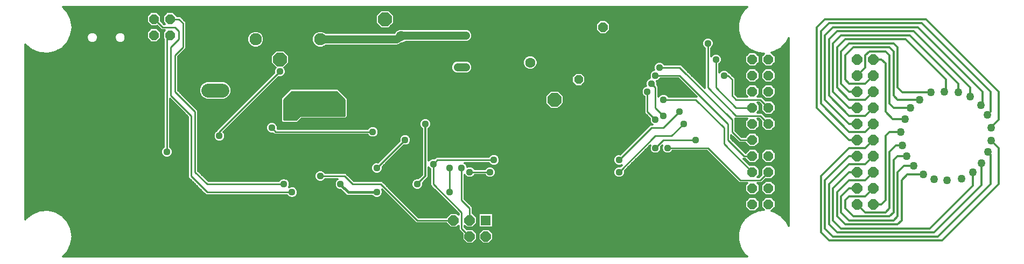
<source format=gbl>
G75*
G70*
%OFA0B0*%
%FSLAX24Y24*%
%IPPOS*%
%LPD*%
%AMOC8*
5,1,8,0,0,1.08239X$1,22.5*
%
%ADD10C,0.0516*%
%ADD11OC8,0.0630*%
%ADD12C,0.0630*%
%ADD13OC8,0.0560*%
%ADD14OC8,0.0600*%
%ADD15C,0.0500*%
%ADD16R,0.0640X0.0640*%
%ADD17OC8,0.0640*%
%ADD18C,0.0860*%
%ADD19C,0.0760*%
%ADD20OC8,0.0850*%
%ADD21C,0.0440*%
%ADD22C,0.0100*%
%ADD23C,0.0160*%
%ADD24C,0.0120*%
%ADD25C,0.0594*%
%ADD26C,0.0500*%
D10*
X027204Y012227D02*
X027719Y012227D01*
X027719Y014196D02*
X027204Y014196D01*
D11*
X031712Y013912D03*
X023712Y012762D03*
D12*
X023712Y014162D03*
X031712Y012512D03*
D13*
X034712Y011462D03*
X034712Y014462D03*
D14*
X036212Y014712D03*
X045462Y012712D03*
X046462Y012712D03*
X046462Y011712D03*
X045462Y011712D03*
X045462Y010712D03*
X046462Y010712D03*
X046462Y009712D03*
X045462Y009712D03*
X045462Y008712D03*
X046462Y008712D03*
X046462Y007712D03*
X045462Y007712D03*
X045462Y006712D03*
X046462Y006712D03*
X046462Y005712D03*
X045462Y005712D03*
X045462Y004712D03*
X046462Y004712D03*
X046462Y003712D03*
X045462Y003712D03*
X036212Y011712D03*
X009409Y014212D03*
X008409Y014212D03*
X008409Y015212D03*
X009409Y015212D03*
D15*
X054662Y008212D03*
X054912Y009012D03*
X055262Y009712D03*
X055812Y010212D03*
X056512Y010662D03*
X057362Y010712D03*
X058212Y010662D03*
X058962Y010412D03*
X059612Y009862D03*
X060012Y009262D03*
X060262Y008462D03*
X060262Y007662D03*
X060062Y006962D03*
X059662Y006262D03*
X059112Y005712D03*
X058412Y005312D03*
X057512Y005212D03*
X056712Y005262D03*
X056062Y005562D03*
X055462Y006112D03*
X055012Y006712D03*
X054762Y007362D03*
D16*
X028962Y002712D03*
D17*
X027962Y002712D03*
X026962Y002712D03*
X026962Y001712D03*
X027962Y001712D03*
X028962Y001712D03*
X051962Y003712D03*
X052962Y003712D03*
X052962Y004712D03*
X051962Y004712D03*
X051962Y005712D03*
X052962Y005712D03*
X052962Y006712D03*
X051962Y006712D03*
X051962Y007712D03*
X052962Y007712D03*
X052962Y008712D03*
X051962Y008712D03*
X051962Y009712D03*
X052962Y009712D03*
X052962Y010712D03*
X051962Y010712D03*
X051962Y011712D03*
X052962Y011712D03*
X052962Y012712D03*
X051962Y012712D03*
D18*
X012642Y013143D02*
X011782Y013143D01*
X010322Y012392D02*
X010322Y011532D01*
X011782Y010781D02*
X012642Y010781D01*
D19*
X014712Y013962D03*
X018712Y013962D03*
D20*
X021462Y015212D03*
X022712Y015212D03*
X016212Y012712D03*
X033212Y010212D03*
X035962Y008712D03*
D21*
X034212Y008462D03*
X037462Y007712D03*
X039462Y007212D03*
X040212Y007212D03*
X041962Y007712D03*
X041212Y008712D03*
X039962Y009212D03*
X039462Y008962D03*
X040962Y009462D03*
X039962Y010212D03*
X038962Y010712D03*
X039212Y011212D03*
X040462Y010962D03*
X039462Y011712D03*
X039712Y012212D03*
X043212Y012712D03*
X042712Y013712D03*
X043962Y013962D03*
X039962Y013712D03*
X043712Y011712D03*
X025212Y008712D03*
X021962Y008212D03*
X023962Y007712D03*
X025712Y006212D03*
X026712Y005962D03*
X027462Y005962D03*
X027962Y005712D03*
X029212Y005712D03*
X029462Y006462D03*
X024712Y004962D03*
X026712Y004462D03*
X022212Y004462D03*
X019962Y004962D03*
X018712Y004712D03*
X016962Y004462D03*
X016462Y004962D03*
X018712Y005462D03*
X016962Y006212D03*
X011962Y005462D03*
X006962Y004962D03*
X009212Y006962D03*
X012462Y007962D03*
X014712Y007712D03*
X015712Y008462D03*
X017962Y008712D03*
X016962Y009712D03*
X017212Y010462D03*
X017962Y010462D03*
X018712Y010462D03*
X019462Y010462D03*
X019712Y009712D03*
X016212Y011962D03*
X019015Y012712D03*
X019765Y012712D03*
X020515Y012712D03*
X020212Y013212D03*
X019515Y013212D03*
X020962Y013212D03*
X019712Y014962D03*
X037212Y006462D03*
X037212Y005712D03*
X038962Y005212D03*
X042962Y005212D03*
X025712Y002212D03*
X015212Y002212D03*
X022212Y005962D03*
D22*
X023962Y007712D01*
X021962Y008212D02*
X015962Y008212D01*
X015712Y008462D01*
X016462Y008962D02*
X016462Y010212D01*
X016962Y010712D01*
X019712Y010712D01*
X020212Y010212D01*
X020212Y009212D01*
X017462Y009212D01*
X017212Y008962D01*
X016462Y008962D01*
X016462Y008982D02*
X017232Y008982D01*
X017331Y009081D02*
X016462Y009081D01*
X016462Y009179D02*
X017429Y009179D01*
X016462Y009278D02*
X020212Y009278D01*
X020212Y009376D02*
X016462Y009376D01*
X016462Y009475D02*
X020212Y009475D01*
X020212Y009573D02*
X016462Y009573D01*
X016462Y009672D02*
X020212Y009672D01*
X020212Y009770D02*
X016462Y009770D01*
X016462Y009869D02*
X020212Y009869D01*
X020212Y009967D02*
X016462Y009967D01*
X016462Y010066D02*
X020212Y010066D01*
X020212Y010165D02*
X016462Y010165D01*
X016513Y010263D02*
X020160Y010263D01*
X020062Y010362D02*
X016612Y010362D01*
X016710Y010460D02*
X019963Y010460D01*
X019865Y010559D02*
X016809Y010559D01*
X016907Y010657D02*
X019766Y010657D01*
X016212Y011962D02*
X012462Y008212D01*
X012462Y007962D01*
X009212Y006962D02*
X009212Y014015D01*
X009409Y014212D01*
X009962Y013962D02*
X009962Y014462D01*
X009712Y014712D01*
X008962Y014712D01*
X008462Y015212D01*
X008409Y015212D01*
X009409Y015212D02*
X009962Y015212D01*
X010212Y014962D01*
X010212Y013462D01*
X009712Y012962D01*
X009712Y010712D01*
X010962Y009462D01*
X010962Y005712D01*
X011712Y004962D01*
X016462Y004962D01*
X016962Y004462D02*
X011712Y004462D01*
X010712Y005462D01*
X010712Y009212D01*
X009462Y010462D01*
X009462Y013462D01*
X009962Y013962D01*
X025712Y006212D02*
X025962Y006462D01*
X029462Y006462D01*
X027462Y005962D02*
X027462Y003962D01*
X027962Y003462D01*
X027962Y002712D01*
X026962Y002712D02*
X024712Y002712D01*
X022462Y004962D01*
X020712Y004962D01*
X020212Y005462D01*
X018712Y005462D01*
X025712Y004962D02*
X027462Y003212D01*
X027462Y002212D01*
X027962Y001712D01*
X026712Y004462D02*
X026712Y005962D01*
X025712Y006212D02*
X025712Y004962D01*
X027962Y005712D02*
X029212Y005712D01*
X037212Y005712D02*
X039462Y007962D01*
X040462Y007962D01*
X041212Y008712D01*
X040962Y009462D02*
X039962Y008462D01*
X039212Y008462D01*
X037212Y006462D01*
X039462Y007212D02*
X039962Y007712D01*
X041962Y007712D01*
X042712Y007212D02*
X040212Y007212D01*
X042712Y007212D02*
X044712Y005212D01*
X045962Y005212D01*
X046462Y005712D01*
X045462Y005712D02*
X043712Y007462D01*
X043712Y008462D01*
X041962Y010212D01*
X039962Y010212D01*
X039462Y009712D02*
X039462Y010962D01*
X039212Y011212D01*
X039462Y011712D02*
X040962Y011712D01*
X043962Y008712D01*
X043962Y007712D01*
X044962Y006712D01*
X045462Y006712D01*
X045462Y007712D02*
X044712Y007712D01*
X044212Y008212D01*
X044212Y008962D01*
X040962Y012212D01*
X039712Y012212D01*
X043212Y012712D02*
X043212Y010962D01*
X044462Y009712D01*
X045462Y009712D01*
X045962Y010212D02*
X046462Y009712D01*
X045962Y010212D02*
X044462Y010212D01*
X044212Y010462D01*
X044212Y011462D01*
X043962Y011712D01*
X043712Y011712D01*
X042712Y010962D02*
X042712Y013712D01*
X042712Y010962D02*
X044462Y009212D01*
X045962Y009212D01*
X046462Y008712D01*
X039962Y009212D02*
X039462Y009712D01*
X038962Y009462D02*
X038962Y010712D01*
X038962Y009462D02*
X039462Y008962D01*
D23*
X022212Y004462D02*
X020434Y004462D01*
X019962Y004934D01*
X019962Y004962D01*
D24*
X003083Y000777D02*
X002782Y000452D01*
X045159Y000452D01*
X044995Y000583D01*
X044995Y000583D01*
X044716Y000991D01*
X044716Y000991D01*
X044570Y001464D01*
X044570Y001464D01*
X044570Y001959D01*
X044570Y001959D01*
X044716Y002432D01*
X044716Y002432D01*
X044995Y002841D01*
X044995Y002841D01*
X045382Y003149D01*
X045382Y003149D01*
X045842Y003330D01*
X045842Y003330D01*
X046195Y003356D01*
X046022Y003529D01*
X046022Y003894D01*
X046279Y004152D01*
X046644Y004152D01*
X046902Y003894D01*
X046902Y003529D01*
X046664Y003292D01*
X046818Y003257D01*
X046818Y003257D01*
X047247Y003009D01*
X047247Y003009D01*
X047583Y002647D01*
X047583Y002647D01*
X047712Y002380D01*
X047712Y014043D01*
X047583Y013777D01*
X047583Y013777D01*
X047247Y013414D01*
X047247Y013414D01*
X046818Y013166D01*
X046818Y013166D01*
X046664Y013131D01*
X046902Y012894D01*
X046902Y012529D01*
X046644Y012272D01*
X046279Y012272D01*
X046022Y012529D01*
X046022Y012894D01*
X046195Y013067D01*
X045842Y013093D01*
X045842Y013093D01*
X045382Y013274D01*
X045382Y013274D01*
X044995Y013583D01*
X044995Y013583D01*
X044716Y013991D01*
X044716Y013991D01*
X044570Y014464D01*
X044570Y014464D01*
X044570Y014959D01*
X044570Y014959D01*
X044716Y015432D01*
X044716Y015432D01*
X044995Y015841D01*
X044995Y015841D01*
X045159Y015972D01*
X002782Y015972D01*
X003083Y015647D01*
X003083Y015647D01*
X003298Y015201D01*
X003372Y014712D01*
X003372Y014712D01*
X003298Y014222D01*
X003298Y014222D01*
X003083Y013777D01*
X003083Y013777D01*
X002747Y013414D01*
X002747Y013414D01*
X002318Y013166D01*
X002318Y013166D01*
X001836Y013056D01*
X001836Y013056D01*
X001342Y013093D01*
X001342Y013093D01*
X000882Y013274D01*
X000882Y013274D01*
X000495Y013583D01*
X000495Y013583D01*
X000452Y013646D01*
X000452Y002777D01*
X000495Y002841D01*
X000495Y002841D01*
X000882Y003149D01*
X000882Y003149D01*
X001342Y003330D01*
X001342Y003330D01*
X001836Y003367D01*
X001836Y003367D01*
X002318Y003257D01*
X002318Y003257D01*
X002747Y003009D01*
X002747Y003009D01*
X003083Y002647D01*
X003083Y002647D01*
X003298Y002201D01*
X003298Y002201D01*
X003372Y001712D01*
X003298Y001222D01*
X003298Y001222D01*
X003083Y000777D01*
X003083Y000777D01*
X003097Y000804D02*
X044844Y000804D01*
X044924Y000686D02*
X002999Y000686D01*
X002889Y000567D02*
X045014Y000567D01*
X044995Y000583D02*
X044995Y000583D01*
X044763Y000923D02*
X003154Y000923D01*
X003211Y001041D02*
X044701Y001041D01*
X044664Y001160D02*
X003268Y001160D01*
X003306Y001279D02*
X027744Y001279D01*
X027771Y001252D02*
X028152Y001252D01*
X028422Y001521D01*
X028422Y001902D01*
X028152Y002172D01*
X027771Y002172D01*
X027771Y002171D01*
X027652Y002290D01*
X027652Y002371D01*
X027771Y002252D01*
X028152Y002252D01*
X028422Y002521D01*
X028422Y002902D01*
X028152Y003172D01*
X028152Y003172D01*
X028152Y003540D01*
X028040Y003652D01*
X027652Y004040D01*
X027652Y005519D01*
X027656Y005508D01*
X027758Y005406D01*
X027890Y005352D01*
X028033Y005352D01*
X028166Y005406D01*
X028267Y005508D01*
X028273Y005522D01*
X028901Y005522D01*
X028906Y005508D01*
X029008Y005406D01*
X029140Y005352D01*
X029283Y005352D01*
X029416Y005406D01*
X029517Y005508D01*
X029572Y005640D01*
X029572Y005783D01*
X036852Y005783D01*
X036852Y005640D01*
X036906Y005508D01*
X037008Y005406D01*
X037140Y005352D01*
X037283Y005352D01*
X037416Y005406D01*
X037517Y005508D01*
X037572Y005640D01*
X037572Y005783D01*
X043871Y005783D01*
X043753Y005902D02*
X037670Y005902D01*
X037566Y005797D02*
X039137Y007368D01*
X039102Y007283D01*
X039102Y007140D01*
X039156Y007008D01*
X039258Y006906D01*
X039390Y006852D01*
X039533Y006852D01*
X039666Y006906D01*
X039767Y007008D01*
X039822Y007140D01*
X039822Y007283D01*
X039816Y007297D01*
X039887Y007368D01*
X039852Y007283D01*
X039852Y007140D01*
X039906Y007008D01*
X040008Y006906D01*
X040140Y006852D01*
X040283Y006852D01*
X040416Y006906D01*
X040517Y007008D01*
X040523Y007022D01*
X042633Y007022D01*
X044633Y005022D01*
X044790Y005022D01*
X045149Y005022D01*
X045022Y004894D01*
X045022Y004529D01*
X045279Y004272D01*
X045644Y004272D01*
X045902Y004529D01*
X045902Y004894D01*
X045774Y005022D01*
X046040Y005022D01*
X046152Y005133D01*
X046290Y005272D01*
X046644Y005272D01*
X046902Y005529D01*
X046902Y005894D01*
X046644Y006152D01*
X046279Y006152D01*
X046022Y005894D01*
X046022Y005540D01*
X045883Y005402D01*
X045774Y005402D01*
X045902Y005529D01*
X045902Y005894D01*
X045644Y006152D01*
X045290Y006152D01*
X044920Y006522D01*
X045029Y006522D01*
X045279Y006272D01*
X045644Y006272D01*
X045902Y006529D01*
X045902Y006894D01*
X045644Y007152D01*
X045279Y007152D01*
X045035Y006907D01*
X044152Y007790D01*
X044152Y008003D01*
X044633Y007522D01*
X044790Y007522D01*
X045029Y007522D01*
X045279Y007272D01*
X045644Y007272D01*
X045902Y007529D01*
X045902Y007894D01*
X045644Y008152D01*
X045279Y008152D01*
X045029Y007902D01*
X044790Y007902D01*
X044402Y008290D01*
X044402Y008883D01*
X044402Y009022D01*
X044540Y009022D01*
X045149Y009022D01*
X045022Y008894D01*
X045022Y008529D01*
X045279Y008272D01*
X045644Y008272D01*
X045902Y008529D01*
X045902Y008894D01*
X045774Y009022D01*
X045883Y009022D01*
X046022Y008883D01*
X046022Y008529D01*
X046279Y008272D01*
X046644Y008272D01*
X046902Y008529D01*
X046902Y008894D01*
X046644Y009152D01*
X046290Y009152D01*
X046152Y009290D01*
X046040Y009402D01*
X045774Y009402D01*
X045902Y009529D01*
X045902Y009894D01*
X045774Y010022D01*
X045883Y010022D01*
X046022Y009883D01*
X046022Y009529D01*
X046279Y009272D01*
X046644Y009272D01*
X046902Y009529D01*
X046902Y009894D01*
X046644Y010152D01*
X046290Y010152D01*
X046152Y010290D01*
X046152Y010290D01*
X046040Y010402D01*
X045774Y010402D01*
X045902Y010529D01*
X045902Y010894D01*
X045644Y011152D01*
X045279Y011152D01*
X045022Y010894D01*
X045022Y010529D01*
X045149Y010402D01*
X044540Y010402D01*
X044402Y010540D01*
X044402Y011540D01*
X044290Y011652D01*
X044040Y011902D01*
X044023Y011902D01*
X044017Y011916D01*
X043916Y012017D01*
X043783Y012072D01*
X043640Y012072D01*
X043508Y012017D01*
X043406Y011916D01*
X043402Y011904D01*
X043402Y012401D01*
X043416Y012406D01*
X043517Y012508D01*
X043572Y012640D01*
X043572Y012783D01*
X043517Y012916D01*
X043416Y013017D01*
X043283Y013072D01*
X043140Y013072D01*
X043008Y013017D01*
X042906Y012916D01*
X042902Y012904D01*
X042902Y013401D01*
X042916Y013406D01*
X043017Y013508D01*
X043072Y013640D01*
X043072Y013783D01*
X043017Y013916D01*
X042916Y014017D01*
X042783Y014072D01*
X042640Y014072D01*
X042508Y014017D01*
X042406Y013916D01*
X042352Y013783D01*
X042352Y013640D01*
X042406Y013508D01*
X042508Y013406D01*
X042522Y013401D01*
X042522Y010920D01*
X041152Y012290D01*
X041040Y012402D01*
X040023Y012402D01*
X040017Y012416D01*
X039916Y012517D01*
X039783Y012572D01*
X039640Y012572D01*
X039508Y012517D01*
X039406Y012416D01*
X039352Y012283D01*
X039352Y012140D01*
X039381Y012068D01*
X039258Y012017D01*
X039156Y011916D01*
X039102Y011783D01*
X039102Y011640D01*
X039131Y011568D01*
X039008Y011517D01*
X038906Y011416D01*
X038852Y011283D01*
X038852Y011140D01*
X038881Y011068D01*
X038758Y011017D01*
X038656Y010916D01*
X038602Y010783D01*
X038602Y010640D01*
X038656Y010508D01*
X038758Y010406D01*
X033777Y010406D01*
X033777Y010446D02*
X033446Y010777D01*
X032978Y010777D01*
X032647Y010446D01*
X032647Y009978D01*
X032978Y009647D01*
X033446Y009647D01*
X033777Y009978D01*
X033777Y010446D01*
X033697Y010525D02*
X038649Y010525D01*
X038602Y010643D02*
X033579Y010643D01*
X033460Y010762D02*
X038602Y010762D01*
X038642Y010881D02*
X019811Y010881D01*
X019790Y010902D02*
X019633Y010902D01*
X016883Y010902D01*
X016772Y010790D01*
X016272Y010290D01*
X016272Y010133D01*
X016272Y009040D01*
X016272Y008883D01*
X016383Y008772D01*
X017290Y008772D01*
X017402Y008883D01*
X017540Y009022D01*
X020290Y009022D01*
X020402Y009133D01*
X020402Y009290D01*
X020402Y010290D01*
X020290Y010402D01*
X019790Y010902D01*
X019930Y010762D02*
X032963Y010762D01*
X032844Y010643D02*
X020049Y010643D01*
X020167Y010525D02*
X032726Y010525D01*
X032647Y010406D02*
X020286Y010406D01*
X020402Y010288D02*
X032647Y010288D01*
X032647Y010169D02*
X020402Y010169D01*
X020402Y010051D02*
X032647Y010051D01*
X032692Y009932D02*
X020402Y009932D01*
X020402Y009814D02*
X032811Y009814D01*
X032929Y009695D02*
X020402Y009695D01*
X020402Y009577D02*
X038772Y009577D01*
X038772Y009695D02*
X033494Y009695D01*
X033613Y009814D02*
X038772Y009814D01*
X038772Y009932D02*
X033731Y009932D01*
X033777Y010051D02*
X038772Y010051D01*
X038772Y010169D02*
X033777Y010169D01*
X033777Y010288D02*
X038772Y010288D01*
X038772Y010401D02*
X038772Y009383D01*
X038883Y009272D01*
X039107Y009047D01*
X039102Y009033D01*
X039102Y008890D01*
X039156Y008758D01*
X039258Y008656D01*
X039269Y008652D01*
X039133Y008652D01*
X037297Y006816D01*
X037283Y006822D01*
X037140Y006822D01*
X037008Y006767D01*
X036906Y006666D01*
X036852Y006533D01*
X036852Y006390D01*
X036906Y006258D01*
X037008Y006156D01*
X037140Y006102D01*
X037283Y006102D01*
X037368Y006137D01*
X037297Y006066D01*
X037283Y006072D01*
X037140Y006072D01*
X037008Y006017D01*
X036906Y005916D01*
X036852Y005783D01*
X036852Y005665D02*
X029572Y005665D01*
X029572Y005783D02*
X029517Y005916D01*
X029416Y006017D01*
X029283Y006072D01*
X029140Y006072D01*
X029008Y006017D01*
X028906Y005916D01*
X028901Y005902D01*
X028273Y005902D01*
X028267Y005916D01*
X028166Y006017D01*
X028033Y006072D01*
X027890Y006072D01*
X027818Y006042D01*
X027767Y006166D01*
X027666Y006267D01*
X027654Y006272D01*
X029151Y006272D01*
X029156Y006258D01*
X029258Y006156D01*
X029390Y006102D01*
X029533Y006102D01*
X029666Y006156D01*
X029767Y006258D01*
X029822Y006390D01*
X029822Y006533D01*
X029767Y006666D01*
X029666Y006767D01*
X029533Y006822D01*
X029390Y006822D01*
X029258Y006767D01*
X029156Y006666D01*
X029151Y006652D01*
X026040Y006652D01*
X025883Y006652D01*
X025797Y006566D01*
X025783Y006572D01*
X025640Y006572D01*
X025508Y006517D01*
X025412Y006421D01*
X025412Y008405D01*
X025416Y008406D01*
X025517Y008508D01*
X025572Y008640D01*
X025572Y008783D01*
X025517Y008916D01*
X025416Y009017D01*
X025283Y009072D01*
X025140Y009072D01*
X025008Y009017D01*
X024906Y008916D01*
X024852Y008783D01*
X024852Y008640D01*
X024906Y008508D01*
X025008Y008406D01*
X025012Y008405D01*
X025012Y005544D01*
X024787Y005320D01*
X024783Y005322D01*
X024640Y005322D01*
X024508Y005267D01*
X024406Y005166D01*
X024352Y005033D01*
X024352Y004890D01*
X024406Y004758D01*
X024508Y004656D01*
X024640Y004602D01*
X024783Y004602D01*
X024916Y004656D01*
X025017Y004758D01*
X025072Y004890D01*
X025072Y005033D01*
X025070Y005037D01*
X025294Y005262D01*
X025412Y005379D01*
X025412Y006003D01*
X025508Y005906D01*
X025522Y005901D01*
X025522Y005040D01*
X025522Y004883D01*
X027272Y003133D01*
X027272Y003052D01*
X027152Y003172D01*
X026771Y003172D01*
X026502Y002902D01*
X026502Y002902D01*
X024790Y002902D01*
X022540Y005152D01*
X022383Y005152D01*
X020790Y005152D01*
X020290Y005652D01*
X020133Y005652D01*
X019023Y005652D01*
X019017Y005666D01*
X018916Y005767D01*
X018783Y005822D01*
X018640Y005822D01*
X018508Y005767D01*
X018406Y005666D01*
X018352Y005533D01*
X018352Y005390D01*
X018406Y005258D01*
X018508Y005156D01*
X018640Y005102D01*
X018783Y005102D01*
X018916Y005156D01*
X019017Y005258D01*
X019023Y005272D01*
X019769Y005272D01*
X019758Y005267D01*
X019656Y005166D01*
X019602Y005033D01*
X019602Y004890D01*
X019656Y004758D01*
X019758Y004656D01*
X019890Y004602D01*
X019983Y004602D01*
X020343Y004242D01*
X020525Y004242D01*
X021923Y004242D01*
X022008Y004156D01*
X022140Y004102D01*
X022283Y004102D01*
X022416Y004156D01*
X022517Y004258D01*
X022572Y004390D01*
X022572Y004533D01*
X022536Y004618D01*
X024633Y002522D01*
X024790Y002522D01*
X026502Y002522D01*
X026502Y002521D01*
X026771Y002252D01*
X027152Y002252D01*
X027272Y002371D01*
X027272Y002290D01*
X027272Y002133D01*
X027502Y001903D01*
X027502Y001902D01*
X027502Y001521D01*
X027771Y001252D01*
X027626Y001397D02*
X003324Y001397D01*
X003342Y001516D02*
X027507Y001516D01*
X027502Y001634D02*
X003360Y001634D01*
X003365Y001753D02*
X027502Y001753D01*
X027502Y001871D02*
X003348Y001871D01*
X003330Y001990D02*
X027415Y001990D01*
X027296Y002108D02*
X003312Y002108D01*
X003285Y002227D02*
X027272Y002227D01*
X027272Y002345D02*
X027246Y002345D01*
X027652Y002345D02*
X027677Y002345D01*
X027715Y002227D02*
X044653Y002227D01*
X044689Y002345D02*
X029422Y002345D01*
X029422Y002334D02*
X029422Y003090D01*
X029340Y003172D01*
X028584Y003172D01*
X028502Y003090D01*
X028502Y002334D01*
X028584Y002252D01*
X029340Y002252D01*
X029422Y002334D01*
X029422Y002464D02*
X044738Y002464D01*
X044819Y002583D02*
X029422Y002583D01*
X029422Y002701D02*
X044900Y002701D01*
X044980Y002820D02*
X029422Y002820D01*
X029422Y002938D02*
X045117Y002938D01*
X044995Y002841D02*
X044995Y002841D01*
X045266Y003057D02*
X029422Y003057D01*
X028502Y003057D02*
X028267Y003057D01*
X028152Y003175D02*
X045448Y003175D01*
X045279Y003272D02*
X045644Y003272D01*
X045902Y003529D01*
X045902Y003894D01*
X045644Y004152D01*
X045279Y004152D01*
X045022Y003894D01*
X045022Y003529D01*
X045279Y003272D01*
X045257Y003294D02*
X028152Y003294D01*
X028152Y003412D02*
X045139Y003412D01*
X045022Y003531D02*
X028152Y003531D01*
X028043Y003649D02*
X045022Y003649D01*
X045022Y003768D02*
X027924Y003768D01*
X027805Y003886D02*
X045022Y003886D01*
X045133Y004005D02*
X027687Y004005D01*
X027652Y004124D02*
X045251Y004124D01*
X045190Y004361D02*
X027652Y004361D01*
X027652Y004479D02*
X045072Y004479D01*
X045022Y004598D02*
X027652Y004598D01*
X027652Y004716D02*
X045022Y004716D01*
X045022Y004835D02*
X027652Y004835D01*
X027652Y004953D02*
X045081Y004953D01*
X044583Y005072D02*
X027652Y005072D01*
X027652Y005190D02*
X044464Y005190D01*
X044346Y005309D02*
X027652Y005309D01*
X027652Y005428D02*
X027737Y005428D01*
X028187Y005428D02*
X028987Y005428D01*
X029437Y005428D02*
X036987Y005428D01*
X036891Y005546D02*
X029533Y005546D01*
X029523Y005902D02*
X036901Y005902D01*
X037016Y006020D02*
X029407Y006020D01*
X029300Y006139D02*
X027778Y006139D01*
X027675Y006257D02*
X029157Y006257D01*
X029623Y006139D02*
X037050Y006139D01*
X036907Y006257D02*
X029766Y006257D01*
X029816Y006376D02*
X036857Y006376D01*
X036852Y006494D02*
X029822Y006494D01*
X029789Y006613D02*
X036885Y006613D01*
X036972Y006732D02*
X029701Y006732D01*
X029222Y006732D02*
X025412Y006732D01*
X025412Y006850D02*
X037331Y006850D01*
X037450Y006969D02*
X025412Y006969D01*
X025412Y007087D02*
X037569Y007087D01*
X037687Y007206D02*
X025412Y007206D01*
X025412Y007324D02*
X037806Y007324D01*
X037924Y007443D02*
X025412Y007443D01*
X025412Y007561D02*
X038043Y007561D01*
X038161Y007680D02*
X025412Y007680D01*
X025412Y007798D02*
X038280Y007798D01*
X038398Y007917D02*
X025412Y007917D01*
X025412Y008036D02*
X038517Y008036D01*
X038635Y008154D02*
X025412Y008154D01*
X025412Y008273D02*
X038754Y008273D01*
X038872Y008391D02*
X025412Y008391D01*
X025518Y008510D02*
X038991Y008510D01*
X039110Y008628D02*
X025567Y008628D01*
X025572Y008747D02*
X039167Y008747D01*
X039112Y008865D02*
X025538Y008865D01*
X025449Y008984D02*
X039102Y008984D01*
X039052Y009102D02*
X020371Y009102D01*
X020402Y009221D02*
X038934Y009221D01*
X038815Y009339D02*
X020402Y009339D01*
X020402Y009458D02*
X038772Y009458D01*
X038772Y010401D02*
X038758Y010406D01*
X039652Y010406D02*
X039653Y010406D01*
X039652Y010404D02*
X039652Y010883D01*
X039652Y011040D01*
X039566Y011126D01*
X039572Y011140D01*
X039572Y011283D01*
X039542Y011355D01*
X041050Y011355D01*
X040931Y011473D02*
X039732Y011473D01*
X039767Y011508D02*
X039666Y011406D01*
X039542Y011355D01*
X039572Y011236D02*
X041168Y011236D01*
X041287Y011118D02*
X039574Y011118D01*
X039652Y010999D02*
X041405Y010999D01*
X041524Y010881D02*
X039652Y010881D01*
X039652Y010762D02*
X041643Y010762D01*
X041761Y010643D02*
X039652Y010643D01*
X039652Y010525D02*
X039777Y010525D01*
X039758Y010517D02*
X039656Y010416D01*
X039652Y010404D01*
X039758Y010517D02*
X039890Y010572D01*
X040033Y010572D01*
X040166Y010517D01*
X040267Y010416D01*
X040273Y010402D01*
X042003Y010402D01*
X040883Y011522D01*
X039773Y011522D01*
X039767Y011508D01*
X039122Y011592D02*
X035132Y011592D01*
X035132Y011636D02*
X034886Y011882D01*
X034538Y011882D01*
X034292Y011636D01*
X034292Y011288D01*
X034538Y011042D01*
X034886Y011042D01*
X035132Y011288D01*
X035132Y011636D01*
X035057Y011710D02*
X039102Y011710D01*
X039121Y011829D02*
X034938Y011829D01*
X034485Y011829D02*
X016546Y011829D01*
X016572Y011890D02*
X016572Y012033D01*
X016517Y012166D01*
X016491Y012192D01*
X016777Y012478D01*
X016777Y012946D01*
X016446Y013277D01*
X015978Y013277D01*
X015647Y012946D01*
X015647Y012478D01*
X015933Y012192D01*
X015906Y012166D01*
X015852Y012033D01*
X015852Y011890D01*
X015857Y011876D01*
X012272Y008290D01*
X012272Y008273D01*
X011152Y008273D01*
X011152Y008391D02*
X012372Y008391D01*
X012272Y008273D02*
X012258Y008267D01*
X012156Y008166D01*
X012102Y008033D01*
X012102Y007890D01*
X012156Y007758D01*
X012258Y007656D01*
X012390Y007602D01*
X012533Y007602D01*
X012666Y007656D01*
X012767Y007758D01*
X012822Y007890D01*
X012822Y008033D01*
X012767Y008166D01*
X012726Y008207D01*
X016126Y011607D01*
X016140Y011602D01*
X016283Y011602D01*
X016416Y011656D01*
X016517Y011758D01*
X016572Y011890D01*
X016572Y011947D02*
X026921Y011947D01*
X026867Y012002D02*
X026979Y011890D01*
X027125Y011830D01*
X027799Y011830D01*
X027945Y011890D01*
X028057Y012002D01*
X028117Y012148D01*
X028117Y012307D01*
X028057Y012453D01*
X027945Y012565D01*
X027799Y012625D01*
X027125Y012625D01*
X026979Y012565D01*
X026867Y012453D01*
X026806Y012307D01*
X026806Y012148D01*
X026867Y012002D01*
X026840Y012066D02*
X016558Y012066D01*
X016498Y012185D02*
X026806Y012185D01*
X026806Y012303D02*
X016602Y012303D01*
X016721Y012422D02*
X026854Y012422D01*
X026954Y012540D02*
X016777Y012540D01*
X016777Y012659D02*
X031280Y012659D01*
X031257Y012602D02*
X031326Y012769D01*
X031454Y012897D01*
X031621Y012967D01*
X031802Y012967D01*
X031969Y012897D01*
X032097Y012769D01*
X032167Y012602D01*
X032167Y012421D01*
X032097Y012254D01*
X031969Y012126D01*
X031802Y012057D01*
X031621Y012057D01*
X031454Y012126D01*
X031326Y012254D01*
X031257Y012421D01*
X031257Y012602D01*
X031257Y012540D02*
X027969Y012540D01*
X028070Y012422D02*
X031257Y012422D01*
X031306Y012303D02*
X028117Y012303D01*
X028117Y012185D02*
X031395Y012185D01*
X031599Y012066D02*
X028083Y012066D01*
X028002Y011947D02*
X039188Y011947D01*
X039376Y012066D02*
X031825Y012066D01*
X032028Y012185D02*
X039352Y012185D01*
X039360Y012303D02*
X032118Y012303D01*
X032167Y012422D02*
X039413Y012422D01*
X039564Y012540D02*
X032167Y012540D01*
X032143Y012659D02*
X042522Y012659D01*
X042522Y012777D02*
X032089Y012777D01*
X031971Y012896D02*
X042522Y012896D01*
X042522Y013014D02*
X016708Y013014D01*
X016777Y012896D02*
X031452Y012896D01*
X031334Y012777D02*
X016777Y012777D01*
X016589Y013133D02*
X042522Y013133D01*
X042522Y013251D02*
X016471Y013251D01*
X015952Y013251D02*
X010270Y013251D01*
X010290Y013272D02*
X010402Y013383D01*
X010402Y014883D01*
X010402Y015040D01*
X010152Y015290D01*
X010040Y015402D01*
X009841Y015402D01*
X009591Y015652D01*
X009226Y015652D01*
X008969Y015394D01*
X008969Y015029D01*
X009096Y014902D01*
X009040Y014902D01*
X008848Y015094D01*
X008848Y015394D01*
X008591Y015652D01*
X008226Y015652D01*
X007969Y015394D01*
X007969Y015029D01*
X008226Y014772D01*
X008591Y014772D01*
X008612Y014793D01*
X008772Y014633D01*
X008883Y014522D01*
X009096Y014522D01*
X008969Y014394D01*
X008969Y014029D01*
X009022Y013976D01*
X009022Y013936D01*
X009022Y007273D01*
X009008Y007267D01*
X008906Y007166D01*
X008852Y007033D01*
X008852Y006890D01*
X008906Y006758D01*
X009008Y006656D01*
X009140Y006602D01*
X009283Y006602D01*
X009416Y006656D01*
X009517Y006758D01*
X009572Y006890D01*
X009572Y007033D01*
X009517Y007166D01*
X009416Y007267D01*
X009402Y007273D01*
X009402Y010253D01*
X010522Y009133D01*
X010522Y005540D01*
X010522Y005383D01*
X011522Y004383D01*
X011633Y004272D01*
X016651Y004272D01*
X016656Y004258D01*
X016758Y004156D01*
X016890Y004102D01*
X017033Y004102D01*
X017166Y004156D01*
X017267Y004258D01*
X017322Y004390D01*
X017322Y004533D01*
X017267Y004666D01*
X017166Y004767D01*
X017033Y004822D01*
X016890Y004822D01*
X016773Y004773D01*
X016822Y004890D01*
X016822Y005033D01*
X016767Y005166D01*
X016666Y005267D01*
X016533Y005322D01*
X016390Y005322D01*
X016258Y005267D01*
X016156Y005166D01*
X016151Y005152D01*
X011790Y005152D01*
X011152Y005790D01*
X011152Y009383D01*
X011152Y009540D01*
X009902Y010790D01*
X009902Y012883D01*
X010290Y013272D01*
X010389Y013370D02*
X042522Y013370D01*
X042426Y013489D02*
X018928Y013489D01*
X019006Y013521D02*
X019057Y013572D01*
X023373Y013572D01*
X023411Y013564D01*
X023450Y013572D01*
X023489Y013572D01*
X023525Y013587D01*
X023563Y013594D01*
X023596Y013616D01*
X023633Y013631D01*
X023660Y013659D01*
X023732Y013707D01*
X023802Y013707D01*
X023969Y013776D01*
X023999Y013806D01*
X027106Y013806D01*
X027125Y013798D01*
X027799Y013798D01*
X027945Y013859D01*
X028057Y013971D01*
X028117Y014117D01*
X028117Y014275D01*
X028057Y014421D01*
X027945Y014533D01*
X027799Y014594D01*
X027125Y014594D01*
X027106Y014586D01*
X023876Y014586D01*
X023802Y014617D01*
X023621Y014617D01*
X023454Y014547D01*
X023326Y014419D01*
X023300Y014356D01*
X023294Y014352D01*
X019057Y014352D01*
X019006Y014402D01*
X018815Y014482D01*
X018608Y014482D01*
X018417Y014402D01*
X018271Y014256D01*
X018192Y014065D01*
X018192Y013858D01*
X018271Y013667D01*
X018417Y013521D01*
X018608Y013442D01*
X018815Y013442D01*
X019006Y013521D01*
X018495Y013489D02*
X014928Y013489D01*
X015006Y013521D02*
X015152Y013667D01*
X015232Y013858D01*
X015232Y014065D01*
X015152Y014256D01*
X015006Y014402D01*
X014815Y014482D01*
X014608Y014482D01*
X014417Y014402D01*
X014271Y014256D01*
X014192Y014065D01*
X014192Y013858D01*
X014271Y013667D01*
X014417Y013521D01*
X014608Y013442D01*
X014815Y013442D01*
X015006Y013521D01*
X015092Y013607D02*
X018331Y013607D01*
X018247Y013726D02*
X015177Y013726D01*
X015226Y013844D02*
X018197Y013844D01*
X018192Y013963D02*
X015232Y013963D01*
X015225Y014081D02*
X018198Y014081D01*
X018247Y014200D02*
X015176Y014200D01*
X015090Y014318D02*
X018333Y014318D01*
X018500Y014437D02*
X014923Y014437D01*
X014500Y014437D02*
X010402Y014437D01*
X010402Y014555D02*
X023473Y014555D01*
X023343Y014437D02*
X018923Y014437D01*
X022147Y014978D02*
X022478Y014647D01*
X022946Y014647D01*
X023277Y014978D01*
X023277Y015446D01*
X022946Y015777D01*
X022478Y015777D01*
X022147Y015446D01*
X022147Y014978D01*
X022147Y015030D02*
X010402Y015030D01*
X010402Y014911D02*
X022213Y014911D01*
X022332Y014792D02*
X010402Y014792D01*
X010402Y014674D02*
X022450Y014674D01*
X022973Y014674D02*
X035772Y014674D01*
X035772Y014792D02*
X023091Y014792D01*
X023210Y014911D02*
X035789Y014911D01*
X035772Y014894D02*
X035772Y014529D01*
X036029Y014272D01*
X036394Y014272D01*
X036652Y014529D01*
X036652Y014894D01*
X036394Y015152D01*
X036029Y015152D01*
X035772Y014894D01*
X035907Y015030D02*
X023277Y015030D01*
X023277Y015148D02*
X036026Y015148D01*
X036397Y015148D02*
X044629Y015148D01*
X044665Y015267D02*
X023277Y015267D01*
X023277Y015385D02*
X044702Y015385D01*
X044765Y015504D02*
X023219Y015504D01*
X023100Y015622D02*
X044846Y015622D01*
X044927Y015741D02*
X022981Y015741D01*
X022442Y015741D02*
X002996Y015741D01*
X003095Y015622D02*
X008197Y015622D01*
X008078Y015504D02*
X003152Y015504D01*
X003209Y015385D02*
X007969Y015385D01*
X007969Y015267D02*
X003266Y015267D01*
X003306Y015148D02*
X007969Y015148D01*
X007969Y015030D02*
X003324Y015030D01*
X003342Y014911D02*
X008087Y014911D01*
X008205Y014792D02*
X003359Y014792D01*
X003366Y014674D02*
X008731Y014674D01*
X008687Y014555D02*
X008849Y014555D01*
X008805Y014437D02*
X009012Y014437D01*
X008969Y014318D02*
X008848Y014318D01*
X008848Y014394D02*
X008591Y014652D01*
X008226Y014652D01*
X007969Y014394D01*
X007969Y014029D01*
X008226Y013772D01*
X008591Y013772D01*
X008848Y014029D01*
X008848Y014394D01*
X008848Y014200D02*
X008969Y014200D01*
X008969Y014081D02*
X008848Y014081D01*
X008782Y013963D02*
X009022Y013963D01*
X009022Y013844D02*
X008663Y013844D01*
X009022Y013726D02*
X003036Y013726D01*
X003116Y013844D02*
X004342Y013844D01*
X004310Y013877D02*
X004258Y014001D01*
X004258Y014135D01*
X004310Y014259D01*
X004404Y014354D01*
X004528Y014405D01*
X004663Y014405D01*
X004786Y014354D01*
X004881Y014259D01*
X004933Y014135D01*
X004933Y014001D01*
X004881Y013877D01*
X004786Y013782D01*
X004663Y013731D01*
X004528Y013731D01*
X004404Y013782D01*
X004310Y013877D01*
X004274Y013963D02*
X003173Y013963D01*
X003230Y014081D02*
X004258Y014081D01*
X004285Y014200D02*
X003287Y014200D01*
X003312Y014318D02*
X004369Y014318D01*
X004822Y014318D02*
X006101Y014318D01*
X006137Y014354D02*
X006042Y014259D01*
X005991Y014135D01*
X005991Y014001D01*
X006042Y013877D01*
X006137Y013782D01*
X006261Y013731D01*
X006395Y013731D01*
X006519Y013782D01*
X006614Y013877D01*
X006665Y014001D01*
X006665Y014135D01*
X006614Y014259D01*
X006519Y014354D01*
X006395Y014405D01*
X006261Y014405D01*
X006137Y014354D01*
X006017Y014200D02*
X004906Y014200D01*
X004933Y014081D02*
X005991Y014081D01*
X006006Y013963D02*
X004917Y013963D01*
X004849Y013844D02*
X006075Y013844D01*
X006581Y013844D02*
X008154Y013844D01*
X008035Y013963D02*
X006649Y013963D01*
X006665Y014081D02*
X007969Y014081D01*
X007969Y014200D02*
X006638Y014200D01*
X006554Y014318D02*
X007969Y014318D01*
X008011Y014437D02*
X003330Y014437D01*
X003348Y014555D02*
X008130Y014555D01*
X008611Y014792D02*
X008612Y014792D01*
X008912Y015030D02*
X008969Y015030D01*
X008969Y015148D02*
X008848Y015148D01*
X008848Y015267D02*
X008969Y015267D01*
X008969Y015385D02*
X008848Y015385D01*
X008739Y015504D02*
X009078Y015504D01*
X009197Y015622D02*
X008620Y015622D01*
X009620Y015622D02*
X022323Y015622D01*
X022205Y015504D02*
X009739Y015504D01*
X010057Y015385D02*
X022147Y015385D01*
X022147Y015267D02*
X010175Y015267D01*
X010294Y015148D02*
X022147Y015148D01*
X023848Y013726D02*
X042352Y013726D01*
X042365Y013607D02*
X023583Y013607D01*
X027910Y013844D02*
X042377Y013844D01*
X042454Y013963D02*
X028049Y013963D01*
X028102Y014081D02*
X044688Y014081D01*
X044652Y014200D02*
X028117Y014200D01*
X028099Y014318D02*
X035983Y014318D01*
X035864Y014437D02*
X028041Y014437D01*
X027891Y014555D02*
X035772Y014555D01*
X036441Y014318D02*
X044615Y014318D01*
X044579Y014437D02*
X036559Y014437D01*
X036652Y014555D02*
X044570Y014555D01*
X044570Y014674D02*
X036652Y014674D01*
X036652Y014792D02*
X044570Y014792D01*
X044570Y014911D02*
X036634Y014911D01*
X036516Y015030D02*
X044592Y015030D01*
X044995Y015841D02*
X044995Y015841D01*
X045018Y015859D02*
X002886Y015859D01*
X009031Y014911D02*
X009087Y014911D01*
X010402Y014318D02*
X014333Y014318D01*
X014247Y014200D02*
X010402Y014200D01*
X010402Y014081D02*
X014198Y014081D01*
X014192Y013963D02*
X010402Y013963D01*
X010402Y013844D02*
X014197Y013844D01*
X014247Y013726D02*
X010402Y013726D01*
X010402Y013607D02*
X014331Y013607D01*
X014495Y013489D02*
X010402Y013489D01*
X009022Y013489D02*
X002816Y013489D01*
X002926Y013607D02*
X009022Y013607D01*
X009022Y013370D02*
X002671Y013370D01*
X002465Y013251D02*
X009022Y013251D01*
X009022Y013133D02*
X002171Y013133D01*
X001241Y013133D02*
X000452Y013133D01*
X000452Y013251D02*
X000939Y013251D01*
X000761Y013370D02*
X000452Y013370D01*
X000452Y013489D02*
X000613Y013489D01*
X000495Y013583D02*
X000495Y013583D01*
X000478Y013607D02*
X000452Y013607D01*
X000452Y013014D02*
X009022Y013014D01*
X009022Y012896D02*
X000452Y012896D01*
X000452Y012777D02*
X009022Y012777D01*
X009022Y012659D02*
X000452Y012659D01*
X000452Y012540D02*
X009022Y012540D01*
X009022Y012422D02*
X000452Y012422D01*
X000452Y012303D02*
X009022Y012303D01*
X009022Y012185D02*
X000452Y012185D01*
X000452Y012066D02*
X009022Y012066D01*
X009022Y011947D02*
X000452Y011947D01*
X000452Y011829D02*
X009022Y011829D01*
X009022Y011710D02*
X000452Y011710D01*
X000452Y011592D02*
X009022Y011592D01*
X009022Y011473D02*
X000452Y011473D01*
X000452Y011355D02*
X009022Y011355D01*
X009022Y011236D02*
X000452Y011236D01*
X000452Y011118D02*
X009022Y011118D01*
X009022Y010999D02*
X000452Y010999D01*
X000452Y010881D02*
X009022Y010881D01*
X009022Y010762D02*
X000452Y010762D01*
X000452Y010643D02*
X009022Y010643D01*
X009022Y010525D02*
X000452Y010525D01*
X000452Y010406D02*
X009022Y010406D01*
X009022Y010288D02*
X000452Y010288D01*
X000452Y010169D02*
X009022Y010169D01*
X009022Y010051D02*
X000452Y010051D01*
X000452Y009932D02*
X009022Y009932D01*
X009022Y009814D02*
X000452Y009814D01*
X000452Y009695D02*
X009022Y009695D01*
X009022Y009577D02*
X000452Y009577D01*
X000452Y009458D02*
X009022Y009458D01*
X009022Y009339D02*
X000452Y009339D01*
X000452Y009221D02*
X009022Y009221D01*
X009022Y009102D02*
X000452Y009102D01*
X000452Y008984D02*
X009022Y008984D01*
X009022Y008865D02*
X000452Y008865D01*
X000452Y008747D02*
X009022Y008747D01*
X009022Y008628D02*
X000452Y008628D01*
X000452Y008510D02*
X009022Y008510D01*
X009022Y008391D02*
X000452Y008391D01*
X000452Y008273D02*
X009022Y008273D01*
X009022Y008154D02*
X000452Y008154D01*
X000452Y008036D02*
X009022Y008036D01*
X009022Y007917D02*
X000452Y007917D01*
X000452Y007798D02*
X009022Y007798D01*
X009022Y007680D02*
X000452Y007680D01*
X000452Y007561D02*
X009022Y007561D01*
X009022Y007443D02*
X000452Y007443D01*
X000452Y007324D02*
X009022Y007324D01*
X008947Y007206D02*
X000452Y007206D01*
X000452Y007087D02*
X008874Y007087D01*
X008852Y006969D02*
X000452Y006969D01*
X000452Y006850D02*
X008868Y006850D01*
X008933Y006732D02*
X000452Y006732D01*
X000452Y006613D02*
X009113Y006613D01*
X009311Y006613D02*
X010522Y006613D01*
X010522Y006494D02*
X000452Y006494D01*
X000452Y006376D02*
X010522Y006376D01*
X010522Y006257D02*
X000452Y006257D01*
X000452Y006139D02*
X010522Y006139D01*
X010522Y006020D02*
X000452Y006020D01*
X000452Y005902D02*
X010522Y005902D01*
X010522Y005783D02*
X000452Y005783D01*
X000452Y005665D02*
X010522Y005665D01*
X010522Y005546D02*
X000452Y005546D01*
X000452Y005428D02*
X010522Y005428D01*
X010596Y005309D02*
X000452Y005309D01*
X000452Y005190D02*
X010714Y005190D01*
X010833Y005072D02*
X000452Y005072D01*
X000452Y004953D02*
X010951Y004953D01*
X011070Y004835D02*
X000452Y004835D01*
X000452Y004716D02*
X011188Y004716D01*
X011307Y004598D02*
X000452Y004598D01*
X000452Y004479D02*
X011425Y004479D01*
X011544Y004361D02*
X000452Y004361D01*
X000452Y004242D02*
X016672Y004242D01*
X016837Y004124D02*
X000452Y004124D01*
X000452Y004005D02*
X023150Y004005D01*
X023268Y003886D02*
X000452Y003886D01*
X000452Y003768D02*
X023387Y003768D01*
X023505Y003649D02*
X000452Y003649D01*
X000452Y003531D02*
X023624Y003531D01*
X023742Y003412D02*
X000452Y003412D01*
X000452Y003294D02*
X001250Y003294D01*
X000948Y003175D02*
X000452Y003175D01*
X000452Y003057D02*
X000766Y003057D01*
X000617Y002938D02*
X000452Y002938D01*
X000452Y002820D02*
X000480Y002820D01*
X002156Y003294D02*
X023861Y003294D01*
X023979Y003175D02*
X002459Y003175D01*
X002665Y003057D02*
X024098Y003057D01*
X024216Y002938D02*
X002813Y002938D01*
X002923Y002820D02*
X024335Y002820D01*
X024454Y002701D02*
X003033Y002701D01*
X003114Y002583D02*
X024572Y002583D01*
X024754Y002938D02*
X026538Y002938D01*
X026656Y003057D02*
X024635Y003057D01*
X024517Y003175D02*
X027229Y003175D01*
X027267Y003057D02*
X027272Y003057D01*
X028386Y002938D02*
X028502Y002938D01*
X028502Y002820D02*
X028422Y002820D01*
X028422Y002701D02*
X028502Y002701D01*
X028502Y002583D02*
X028422Y002583D01*
X028364Y002464D02*
X028502Y002464D01*
X028502Y002345D02*
X028246Y002345D01*
X028502Y001902D02*
X028771Y002172D01*
X029152Y002172D01*
X029422Y001902D01*
X029422Y001521D01*
X029152Y001252D01*
X028771Y001252D01*
X028502Y001521D01*
X028502Y001902D01*
X028502Y001871D02*
X028422Y001871D01*
X028422Y001753D02*
X028502Y001753D01*
X028502Y001634D02*
X028422Y001634D01*
X028416Y001516D02*
X028507Y001516D01*
X028626Y001397D02*
X028298Y001397D01*
X028179Y001279D02*
X028744Y001279D01*
X029179Y001279D02*
X044627Y001279D01*
X044591Y001397D02*
X029298Y001397D01*
X029416Y001516D02*
X044570Y001516D01*
X044570Y001634D02*
X029422Y001634D01*
X029422Y001753D02*
X044570Y001753D01*
X044570Y001871D02*
X029422Y001871D01*
X029334Y001990D02*
X044580Y001990D01*
X044616Y002108D02*
X029215Y002108D01*
X028708Y002108D02*
X028215Y002108D01*
X028334Y001990D02*
X028589Y001990D01*
X026677Y002345D02*
X003228Y002345D01*
X003171Y002464D02*
X026559Y002464D01*
X027111Y003294D02*
X024398Y003294D01*
X024280Y003412D02*
X026992Y003412D01*
X026874Y003531D02*
X024161Y003531D01*
X024043Y003649D02*
X026755Y003649D01*
X026637Y003768D02*
X023924Y003768D01*
X023805Y003886D02*
X026518Y003886D01*
X026400Y004005D02*
X023687Y004005D01*
X023568Y004124D02*
X026281Y004124D01*
X026162Y004242D02*
X023450Y004242D01*
X023331Y004361D02*
X026044Y004361D01*
X025925Y004479D02*
X023213Y004479D01*
X023094Y004598D02*
X025807Y004598D01*
X025688Y004716D02*
X024975Y004716D01*
X025049Y004835D02*
X025570Y004835D01*
X025522Y004953D02*
X025072Y004953D01*
X025105Y005072D02*
X025522Y005072D01*
X025522Y005190D02*
X025223Y005190D01*
X025342Y005309D02*
X025522Y005309D01*
X025522Y005428D02*
X025412Y005428D01*
X025412Y005546D02*
X025522Y005546D01*
X025522Y005665D02*
X025412Y005665D01*
X025412Y005783D02*
X025522Y005783D01*
X025519Y005902D02*
X025412Y005902D01*
X025012Y005902D02*
X022572Y005902D01*
X022572Y005890D02*
X022572Y006033D01*
X022566Y006047D01*
X023876Y007357D01*
X023890Y007352D01*
X024033Y007352D01*
X024166Y007406D01*
X024267Y007508D01*
X024322Y007640D01*
X024322Y007783D01*
X024267Y007916D01*
X024166Y008017D01*
X024033Y008072D01*
X023890Y008072D01*
X023758Y008017D01*
X023656Y007916D01*
X023602Y007783D01*
X023602Y007640D01*
X023607Y007626D01*
X022297Y006316D01*
X022283Y006322D01*
X022140Y006322D01*
X022008Y006267D01*
X021906Y006166D01*
X021852Y006033D01*
X021852Y005890D01*
X021906Y005758D01*
X022008Y005656D01*
X022140Y005602D01*
X022283Y005602D01*
X022416Y005656D01*
X022517Y005758D01*
X022572Y005890D01*
X022527Y005783D02*
X025012Y005783D01*
X025012Y005665D02*
X022424Y005665D01*
X022000Y005665D02*
X019017Y005665D01*
X018876Y005783D02*
X021896Y005783D01*
X021852Y005902D02*
X011152Y005902D01*
X011152Y006020D02*
X021852Y006020D01*
X021895Y006139D02*
X011152Y006139D01*
X011152Y006257D02*
X021998Y006257D01*
X022357Y006376D02*
X011152Y006376D01*
X011152Y006494D02*
X022476Y006494D01*
X022594Y006613D02*
X011152Y006613D01*
X011152Y006732D02*
X022713Y006732D01*
X022831Y006850D02*
X011152Y006850D01*
X011152Y006969D02*
X022950Y006969D01*
X023069Y007087D02*
X011152Y007087D01*
X011152Y007206D02*
X023187Y007206D01*
X023306Y007324D02*
X011152Y007324D01*
X011152Y007443D02*
X023424Y007443D01*
X023543Y007561D02*
X011152Y007561D01*
X011152Y007680D02*
X012234Y007680D01*
X012140Y007798D02*
X011152Y007798D01*
X011152Y007917D02*
X012102Y007917D01*
X012103Y008036D02*
X011152Y008036D01*
X011152Y008154D02*
X012152Y008154D01*
X012772Y008154D02*
X015514Y008154D01*
X015508Y008156D02*
X015640Y008102D01*
X015783Y008102D01*
X015797Y008107D01*
X015883Y008022D01*
X016040Y008022D01*
X021651Y008022D01*
X021656Y008008D01*
X021758Y007906D01*
X021890Y007852D01*
X022033Y007852D01*
X022166Y007906D01*
X022267Y008008D01*
X022322Y008140D01*
X022322Y008283D01*
X022267Y008416D01*
X022166Y008517D01*
X022033Y008572D01*
X021890Y008572D01*
X021758Y008517D01*
X021656Y008416D01*
X021651Y008402D01*
X016072Y008402D01*
X016072Y008533D01*
X016017Y008666D01*
X015916Y008767D01*
X015783Y008822D01*
X015640Y008822D01*
X015508Y008767D01*
X015406Y008666D01*
X015352Y008533D01*
X015352Y008390D01*
X015406Y008258D01*
X015508Y008156D01*
X015400Y008273D02*
X012791Y008273D01*
X012910Y008391D02*
X015352Y008391D01*
X015352Y008510D02*
X013028Y008510D01*
X013147Y008628D02*
X015391Y008628D01*
X015488Y008747D02*
X013265Y008747D01*
X013384Y008865D02*
X016289Y008865D01*
X016272Y008984D02*
X013503Y008984D01*
X013621Y009102D02*
X016272Y009102D01*
X016272Y009221D02*
X013740Y009221D01*
X013858Y009339D02*
X016272Y009339D01*
X016272Y009458D02*
X013977Y009458D01*
X014095Y009577D02*
X016272Y009577D01*
X016272Y009695D02*
X014214Y009695D01*
X014332Y009814D02*
X016272Y009814D01*
X016272Y009932D02*
X014451Y009932D01*
X014569Y010051D02*
X016272Y010051D01*
X016272Y010169D02*
X014688Y010169D01*
X014806Y010288D02*
X016272Y010288D01*
X016388Y010406D02*
X014925Y010406D01*
X015044Y010525D02*
X016506Y010525D01*
X016625Y010643D02*
X015162Y010643D01*
X015281Y010762D02*
X016743Y010762D01*
X016862Y010881D02*
X015399Y010881D01*
X015518Y010999D02*
X038740Y010999D01*
X038861Y011118D02*
X034962Y011118D01*
X035080Y011236D02*
X038852Y011236D01*
X038881Y011355D02*
X035132Y011355D01*
X035132Y011473D02*
X038964Y011473D01*
X041376Y012066D02*
X042522Y012066D01*
X042522Y011947D02*
X041495Y011947D01*
X041613Y011829D02*
X042522Y011829D01*
X042522Y011710D02*
X041732Y011710D01*
X041850Y011592D02*
X042522Y011592D01*
X042522Y011473D02*
X041969Y011473D01*
X042087Y011355D02*
X042522Y011355D01*
X042522Y011236D02*
X042206Y011236D01*
X042324Y011118D02*
X042522Y011118D01*
X042522Y010999D02*
X042443Y010999D01*
X041880Y010525D02*
X040146Y010525D01*
X040271Y010406D02*
X041998Y010406D01*
X044402Y010643D02*
X045022Y010643D01*
X045026Y010525D02*
X044417Y010525D01*
X044536Y010406D02*
X045145Y010406D01*
X045779Y010406D02*
X046145Y010406D01*
X046154Y010288D02*
X046263Y010288D01*
X046279Y010272D02*
X046644Y010272D01*
X046902Y010529D01*
X046902Y010894D01*
X046644Y011152D01*
X046279Y011152D01*
X046022Y010894D01*
X046022Y010529D01*
X046279Y010272D01*
X046273Y010169D02*
X047712Y010169D01*
X047712Y010051D02*
X046745Y010051D01*
X046863Y009932D02*
X047712Y009932D01*
X047712Y009814D02*
X046902Y009814D01*
X046902Y009695D02*
X047712Y009695D01*
X047712Y009577D02*
X046902Y009577D01*
X046830Y009458D02*
X047712Y009458D01*
X047712Y009339D02*
X046712Y009339D01*
X046693Y009102D02*
X047712Y009102D01*
X047712Y008984D02*
X046812Y008984D01*
X046902Y008865D02*
X047712Y008865D01*
X047712Y008747D02*
X046902Y008747D01*
X046902Y008628D02*
X047712Y008628D01*
X047712Y008510D02*
X046882Y008510D01*
X046763Y008391D02*
X047712Y008391D01*
X047712Y008273D02*
X046645Y008273D01*
X046278Y008273D02*
X045645Y008273D01*
X045763Y008391D02*
X046160Y008391D01*
X046041Y008510D02*
X045882Y008510D01*
X045902Y008628D02*
X046022Y008628D01*
X046022Y008747D02*
X045902Y008747D01*
X045902Y008865D02*
X046022Y008865D01*
X045921Y008984D02*
X045812Y008984D01*
X046102Y009339D02*
X046212Y009339D01*
X046221Y009221D02*
X047712Y009221D01*
X046093Y009458D02*
X045830Y009458D01*
X045902Y009577D02*
X046022Y009577D01*
X046022Y009695D02*
X045902Y009695D01*
X045902Y009814D02*
X046022Y009814D01*
X045972Y009932D02*
X045863Y009932D01*
X046660Y010288D02*
X047712Y010288D01*
X047712Y010406D02*
X046779Y010406D01*
X046897Y010525D02*
X047712Y010525D01*
X047712Y010643D02*
X046902Y010643D01*
X046902Y010762D02*
X047712Y010762D01*
X047712Y010881D02*
X046902Y010881D01*
X046796Y010999D02*
X047712Y010999D01*
X047712Y011118D02*
X046678Y011118D01*
X046644Y011272D02*
X046279Y011272D01*
X046022Y011529D01*
X046022Y011894D01*
X046279Y012152D01*
X046644Y012152D01*
X046902Y011894D01*
X046902Y011529D01*
X046644Y011272D01*
X046727Y011355D02*
X047712Y011355D01*
X047712Y011473D02*
X046845Y011473D01*
X046902Y011592D02*
X047712Y011592D01*
X047712Y011710D02*
X046902Y011710D01*
X046902Y011829D02*
X047712Y011829D01*
X047712Y011947D02*
X046848Y011947D01*
X046729Y012066D02*
X047712Y012066D01*
X047712Y012185D02*
X043402Y012185D01*
X043402Y012303D02*
X045248Y012303D01*
X045279Y012272D02*
X045644Y012272D01*
X045902Y012529D01*
X045902Y012894D01*
X045644Y013152D01*
X045279Y013152D01*
X045022Y012894D01*
X045022Y012529D01*
X045279Y012272D01*
X045279Y012152D02*
X045022Y011894D01*
X045022Y011529D01*
X045279Y011272D01*
X045644Y011272D01*
X045902Y011529D01*
X045902Y011894D01*
X045644Y012152D01*
X045279Y012152D01*
X045194Y012066D02*
X043797Y012066D01*
X043626Y012066D02*
X043402Y012066D01*
X043402Y011947D02*
X043438Y011947D01*
X043985Y011947D02*
X045075Y011947D01*
X045022Y011829D02*
X044113Y011829D01*
X044232Y011710D02*
X045022Y011710D01*
X045022Y011592D02*
X044350Y011592D01*
X044402Y011473D02*
X045078Y011473D01*
X045196Y011355D02*
X044402Y011355D01*
X044402Y011236D02*
X047712Y011236D01*
X046245Y011118D02*
X045678Y011118D01*
X045796Y010999D02*
X046127Y010999D01*
X046022Y010881D02*
X045902Y010881D01*
X045902Y010762D02*
X046022Y010762D01*
X046022Y010643D02*
X045902Y010643D01*
X045897Y010525D02*
X046026Y010525D01*
X045127Y010999D02*
X044402Y010999D01*
X044402Y010881D02*
X045022Y010881D01*
X045022Y010762D02*
X044402Y010762D01*
X044402Y011118D02*
X045245Y011118D01*
X045727Y011355D02*
X046196Y011355D01*
X046078Y011473D02*
X045845Y011473D01*
X045902Y011592D02*
X046022Y011592D01*
X046022Y011710D02*
X045902Y011710D01*
X045902Y011829D02*
X046022Y011829D01*
X046075Y011947D02*
X045848Y011947D01*
X045729Y012066D02*
X046194Y012066D01*
X046248Y012303D02*
X045675Y012303D01*
X045794Y012422D02*
X046129Y012422D01*
X046022Y012540D02*
X045902Y012540D01*
X045902Y012659D02*
X046022Y012659D01*
X046022Y012777D02*
X045902Y012777D01*
X045900Y012896D02*
X046024Y012896D01*
X046142Y013014D02*
X045781Y013014D01*
X045741Y013133D02*
X045663Y013133D01*
X045439Y013251D02*
X042902Y013251D01*
X042902Y013133D02*
X045261Y013133D01*
X045142Y013014D02*
X043418Y013014D01*
X043525Y012896D02*
X045024Y012896D01*
X045022Y012777D02*
X043572Y012777D01*
X043572Y012659D02*
X045022Y012659D01*
X045022Y012540D02*
X043530Y012540D01*
X043431Y012422D02*
X045129Y012422D01*
X046675Y012303D02*
X047712Y012303D01*
X047712Y012422D02*
X046794Y012422D01*
X046902Y012540D02*
X047712Y012540D01*
X047712Y012659D02*
X046902Y012659D01*
X046902Y012777D02*
X047712Y012777D01*
X047712Y012896D02*
X046900Y012896D01*
X046781Y013014D02*
X047712Y013014D01*
X047712Y013133D02*
X046671Y013133D01*
X046965Y013251D02*
X047712Y013251D01*
X047712Y013370D02*
X047171Y013370D01*
X047316Y013489D02*
X047712Y013489D01*
X047712Y013607D02*
X047426Y013607D01*
X047536Y013726D02*
X047712Y013726D01*
X047712Y013844D02*
X047616Y013844D01*
X047673Y013963D02*
X047712Y013963D01*
X049712Y014462D02*
X050212Y014962D01*
X055962Y014962D01*
X060212Y010712D01*
X060212Y009462D01*
X060012Y009262D01*
X060712Y008962D02*
X060712Y010712D01*
X056212Y015212D01*
X049962Y015212D01*
X049462Y014712D01*
X049462Y009712D01*
X051462Y007712D01*
X051962Y007712D01*
X052462Y007212D02*
X052962Y007712D01*
X053712Y007962D02*
X053712Y003962D01*
X053462Y003712D01*
X052962Y003712D01*
X052462Y003212D02*
X051962Y003712D01*
X051212Y003462D02*
X051212Y003962D01*
X051462Y004212D01*
X052462Y004212D01*
X052962Y004712D01*
X051962Y004712D02*
X051462Y004712D01*
X050962Y004212D01*
X050962Y003212D01*
X051462Y002712D01*
X054212Y002712D01*
X054462Y002962D01*
X054462Y005712D01*
X054862Y006112D01*
X055462Y006112D01*
X054462Y006712D02*
X054212Y006462D01*
X054212Y003212D01*
X053962Y002962D01*
X051712Y002962D01*
X051212Y003462D01*
X052462Y003212D02*
X053712Y003212D01*
X053962Y003462D01*
X053962Y006962D01*
X054362Y007362D01*
X054762Y007362D01*
X055012Y006712D02*
X054462Y006712D01*
X052962Y006712D02*
X052462Y006212D01*
X051462Y006212D01*
X050212Y004962D01*
X050212Y002462D01*
X050712Y001962D01*
X056712Y001962D01*
X059662Y004912D01*
X059662Y006262D01*
X060212Y006812D02*
X060062Y006962D01*
X060212Y006812D02*
X060212Y004962D01*
X056962Y001712D01*
X050462Y001712D01*
X049962Y002212D01*
X049962Y005212D01*
X051462Y006712D01*
X051962Y006712D01*
X051462Y007212D02*
X052462Y007212D01*
X051462Y007212D02*
X049712Y005462D01*
X049712Y001962D01*
X050212Y001462D01*
X057212Y001462D01*
X060712Y004962D01*
X060712Y007212D01*
X060262Y007662D01*
X060262Y008462D02*
X060262Y008512D01*
X060712Y008962D01*
X059712Y009962D02*
X059612Y009862D01*
X059712Y009962D02*
X059712Y010712D01*
X059612Y010812D01*
X055712Y014712D01*
X050462Y014712D01*
X049962Y014212D01*
X049962Y010212D01*
X051462Y008712D01*
X051962Y008712D01*
X052462Y008212D02*
X052962Y008712D01*
X053712Y009462D02*
X054162Y009012D01*
X054912Y009012D01*
X053712Y009462D02*
X053712Y012462D01*
X053462Y012712D01*
X052962Y012712D01*
X052462Y012962D02*
X052712Y013212D01*
X053712Y013212D01*
X053962Y012962D01*
X053962Y009962D01*
X054212Y009712D01*
X055262Y009712D01*
X055812Y010212D02*
X054462Y010212D01*
X054212Y010462D01*
X054212Y013212D01*
X053962Y013462D01*
X051712Y013462D01*
X051212Y012962D01*
X051212Y011462D01*
X051462Y011212D01*
X052462Y011212D01*
X052962Y011712D01*
X052462Y012212D02*
X051962Y011712D01*
X052462Y012212D02*
X052462Y012962D01*
X051462Y013712D02*
X050962Y013212D01*
X050962Y011212D01*
X051462Y010712D01*
X051962Y010712D01*
X052462Y010212D02*
X052962Y010712D01*
X054462Y010962D02*
X054462Y013462D01*
X054212Y013712D01*
X051462Y013712D01*
X051212Y013962D02*
X050712Y013462D01*
X050712Y010962D01*
X051462Y010212D01*
X052462Y010212D01*
X052962Y009712D02*
X052462Y009212D01*
X051462Y009212D01*
X050212Y010462D01*
X050212Y013962D01*
X050712Y014462D01*
X055462Y014462D01*
X058962Y010962D01*
X058962Y010412D01*
X058212Y010662D02*
X058212Y011212D01*
X055212Y014212D01*
X050962Y014212D01*
X050462Y013712D01*
X050462Y010712D01*
X051462Y009712D01*
X051962Y009712D01*
X051462Y008212D02*
X049712Y009962D01*
X049712Y014462D01*
X051212Y013962D02*
X054962Y013962D01*
X057462Y011462D01*
X057462Y010962D01*
X057362Y010712D01*
X056512Y010662D02*
X054762Y010662D01*
X054462Y010962D01*
X045261Y013370D02*
X042902Y013370D01*
X042998Y013489D02*
X045113Y013489D01*
X044995Y013583D02*
X044995Y013583D01*
X044978Y013607D02*
X043058Y013607D01*
X043072Y013726D02*
X044897Y013726D01*
X044816Y013844D02*
X043046Y013844D01*
X042970Y013963D02*
X044736Y013963D01*
X043005Y013014D02*
X042902Y013014D01*
X042522Y012540D02*
X039859Y012540D01*
X040011Y012422D02*
X042522Y012422D01*
X042522Y012303D02*
X041139Y012303D01*
X041257Y012185D02*
X042522Y012185D01*
X034462Y011118D02*
X015636Y011118D01*
X015755Y011236D02*
X034343Y011236D01*
X034292Y011355D02*
X015873Y011355D01*
X015992Y011473D02*
X034292Y011473D01*
X034292Y011592D02*
X016110Y011592D01*
X016469Y011710D02*
X034366Y011710D01*
X024975Y008984D02*
X017503Y008984D01*
X017384Y008865D02*
X024886Y008865D01*
X024852Y008747D02*
X015936Y008747D01*
X016032Y008628D02*
X024856Y008628D01*
X024906Y008510D02*
X022173Y008510D01*
X022277Y008391D02*
X025012Y008391D01*
X025012Y008273D02*
X022322Y008273D01*
X022322Y008154D02*
X025012Y008154D01*
X025012Y008036D02*
X024120Y008036D01*
X024265Y007917D02*
X025012Y007917D01*
X025012Y007798D02*
X024315Y007798D01*
X024322Y007680D02*
X025012Y007680D01*
X025012Y007561D02*
X024289Y007561D01*
X024202Y007443D02*
X025012Y007443D01*
X025012Y007324D02*
X023843Y007324D01*
X023724Y007206D02*
X025012Y007206D01*
X025012Y007087D02*
X023606Y007087D01*
X023487Y006969D02*
X025012Y006969D01*
X025012Y006850D02*
X023369Y006850D01*
X023250Y006732D02*
X025012Y006732D01*
X025012Y006613D02*
X023132Y006613D01*
X023013Y006494D02*
X025012Y006494D01*
X025012Y006376D02*
X022895Y006376D01*
X022776Y006257D02*
X025012Y006257D01*
X025012Y006139D02*
X022657Y006139D01*
X022572Y006020D02*
X025012Y006020D01*
X025012Y005546D02*
X020396Y005546D01*
X020514Y005428D02*
X024895Y005428D01*
X024610Y005309D02*
X020633Y005309D01*
X020751Y005190D02*
X024431Y005190D01*
X024368Y005072D02*
X022620Y005072D01*
X022739Y004953D02*
X024352Y004953D01*
X024374Y004835D02*
X022857Y004835D01*
X022976Y004716D02*
X024448Y004716D01*
X024712Y004962D02*
X025212Y005462D01*
X025212Y008712D01*
X023803Y008036D02*
X022278Y008036D01*
X022176Y007917D02*
X023658Y007917D01*
X023608Y007798D02*
X012784Y007798D01*
X012822Y007917D02*
X021747Y007917D01*
X021751Y008510D02*
X016072Y008510D01*
X015869Y008036D02*
X012821Y008036D01*
X012689Y007680D02*
X023602Y007680D01*
X025412Y006613D02*
X025844Y006613D01*
X025485Y006494D02*
X025412Y006494D01*
X028157Y006020D02*
X029016Y006020D01*
X028901Y005902D02*
X028273Y005902D01*
X022794Y004361D02*
X022559Y004361D01*
X022572Y004479D02*
X022675Y004479D01*
X022557Y004598D02*
X022545Y004598D01*
X022501Y004242D02*
X022912Y004242D01*
X023031Y004124D02*
X022336Y004124D01*
X022087Y004124D02*
X017086Y004124D01*
X017251Y004242D02*
X020342Y004242D01*
X020224Y004361D02*
X017309Y004361D01*
X017322Y004479D02*
X020105Y004479D01*
X019987Y004598D02*
X017295Y004598D01*
X017216Y004716D02*
X019698Y004716D01*
X019624Y004835D02*
X016799Y004835D01*
X016822Y004953D02*
X019602Y004953D01*
X019618Y005072D02*
X016806Y005072D01*
X016742Y005190D02*
X018474Y005190D01*
X018385Y005309D02*
X016564Y005309D01*
X016360Y005309D02*
X011633Y005309D01*
X011751Y005190D02*
X016181Y005190D01*
X018352Y005428D02*
X011514Y005428D01*
X011396Y005546D02*
X018357Y005546D01*
X018406Y005665D02*
X011277Y005665D01*
X011159Y005783D02*
X018547Y005783D01*
X018950Y005190D02*
X019681Y005190D01*
X027652Y004242D02*
X047712Y004242D01*
X047712Y004124D02*
X046672Y004124D01*
X046644Y004272D02*
X046279Y004272D01*
X046022Y004529D01*
X046022Y004894D01*
X046279Y005152D01*
X046644Y005152D01*
X046902Y004894D01*
X046902Y004529D01*
X046644Y004272D01*
X046733Y004361D02*
X047712Y004361D01*
X047712Y004479D02*
X046851Y004479D01*
X046902Y004598D02*
X047712Y004598D01*
X047712Y004716D02*
X046902Y004716D01*
X046902Y004835D02*
X047712Y004835D01*
X047712Y004953D02*
X046842Y004953D01*
X046724Y005072D02*
X047712Y005072D01*
X047712Y005190D02*
X046209Y005190D01*
X046200Y005072D02*
X046091Y005072D01*
X046081Y004953D02*
X045842Y004953D01*
X045902Y004835D02*
X046022Y004835D01*
X046022Y004716D02*
X045902Y004716D01*
X045902Y004598D02*
X046022Y004598D01*
X046072Y004479D02*
X045851Y004479D01*
X045733Y004361D02*
X046190Y004361D01*
X046251Y004124D02*
X045672Y004124D01*
X045790Y004005D02*
X046133Y004005D01*
X046022Y003886D02*
X045902Y003886D01*
X045902Y003768D02*
X046022Y003768D01*
X046022Y003649D02*
X045902Y003649D01*
X045902Y003531D02*
X046022Y003531D01*
X046139Y003412D02*
X045785Y003412D01*
X045750Y003294D02*
X045666Y003294D01*
X046666Y003294D02*
X047712Y003294D01*
X047712Y003412D02*
X046785Y003412D01*
X046902Y003531D02*
X047712Y003531D01*
X047712Y003649D02*
X046902Y003649D01*
X046902Y003768D02*
X047712Y003768D01*
X047712Y003886D02*
X046902Y003886D01*
X046790Y004005D02*
X047712Y004005D01*
X050462Y004712D02*
X050462Y002712D01*
X050962Y002212D01*
X056462Y002212D01*
X059112Y004862D01*
X059112Y005712D01*
X056062Y005562D02*
X055062Y005562D01*
X054712Y005212D01*
X054712Y002712D01*
X054462Y002462D01*
X051212Y002462D01*
X050712Y002962D01*
X050712Y004462D01*
X051462Y005212D01*
X052462Y005212D01*
X052962Y005712D01*
X051962Y005712D02*
X051462Y005712D01*
X050462Y004712D01*
X047712Y005309D02*
X046681Y005309D01*
X046800Y005428D02*
X047712Y005428D01*
X047712Y005546D02*
X046902Y005546D01*
X046902Y005665D02*
X047712Y005665D01*
X047712Y005783D02*
X046902Y005783D01*
X046894Y005902D02*
X047712Y005902D01*
X047712Y006020D02*
X046775Y006020D01*
X046657Y006139D02*
X047712Y006139D01*
X047712Y006257D02*
X045185Y006257D01*
X045175Y006376D02*
X045066Y006376D01*
X045057Y006494D02*
X044947Y006494D01*
X045748Y006376D02*
X046175Y006376D01*
X046279Y006272D02*
X046644Y006272D01*
X046902Y006529D01*
X046902Y006894D01*
X046644Y007152D01*
X046279Y007152D01*
X046022Y006894D01*
X046022Y006529D01*
X046279Y006272D01*
X046267Y006139D02*
X045657Y006139D01*
X045775Y006020D02*
X046148Y006020D01*
X046030Y005902D02*
X045894Y005902D01*
X045902Y005783D02*
X046022Y005783D01*
X046022Y005665D02*
X045902Y005665D01*
X045902Y005546D02*
X046022Y005546D01*
X045909Y005428D02*
X045800Y005428D01*
X044227Y005428D02*
X037437Y005428D01*
X037533Y005546D02*
X044108Y005546D01*
X043990Y005665D02*
X037572Y005665D01*
X037572Y005783D02*
X037566Y005797D01*
X037789Y006020D02*
X043634Y006020D01*
X043516Y006139D02*
X037907Y006139D01*
X038026Y006257D02*
X043397Y006257D01*
X043279Y006376D02*
X038145Y006376D01*
X038263Y006494D02*
X043160Y006494D01*
X043042Y006613D02*
X038382Y006613D01*
X038500Y006732D02*
X042923Y006732D01*
X042804Y006850D02*
X038619Y006850D01*
X038737Y006969D02*
X039196Y006969D01*
X039124Y007087D02*
X038856Y007087D01*
X038974Y007206D02*
X039102Y007206D01*
X039093Y007324D02*
X039119Y007324D01*
X039822Y007206D02*
X039852Y007206D01*
X039843Y007324D02*
X039869Y007324D01*
X039874Y007087D02*
X039800Y007087D01*
X039728Y006969D02*
X039946Y006969D01*
X040478Y006969D02*
X042686Y006969D01*
X044499Y007443D02*
X045108Y007443D01*
X045227Y007324D02*
X044618Y007324D01*
X044736Y007206D02*
X047712Y007206D01*
X047712Y007324D02*
X045696Y007324D01*
X045815Y007443D02*
X047712Y007443D01*
X047712Y007561D02*
X045902Y007561D01*
X045902Y007680D02*
X047712Y007680D01*
X047712Y007798D02*
X045902Y007798D01*
X045879Y007917D02*
X047712Y007917D01*
X047712Y008036D02*
X045760Y008036D01*
X045163Y008036D02*
X044656Y008036D01*
X044538Y008154D02*
X047712Y008154D01*
X045278Y008273D02*
X044419Y008273D01*
X044402Y008391D02*
X045160Y008391D01*
X045041Y008510D02*
X044402Y008510D01*
X044402Y008628D02*
X045022Y008628D01*
X045022Y008747D02*
X044402Y008747D01*
X044402Y008865D02*
X045022Y008865D01*
X045112Y008984D02*
X044402Y008984D01*
X044238Y007917D02*
X044152Y007917D01*
X044152Y007798D02*
X044356Y007798D01*
X044262Y007680D02*
X044475Y007680D01*
X044381Y007561D02*
X044593Y007561D01*
X044775Y007917D02*
X045045Y007917D01*
X045215Y007087D02*
X044855Y007087D01*
X044973Y006969D02*
X045096Y006969D01*
X045708Y007087D02*
X046215Y007087D01*
X046096Y006969D02*
X045827Y006969D01*
X045902Y006850D02*
X046022Y006850D01*
X046022Y006732D02*
X045902Y006732D01*
X045902Y006613D02*
X046022Y006613D01*
X046057Y006494D02*
X045867Y006494D01*
X046748Y006376D02*
X047712Y006376D01*
X047712Y006494D02*
X046867Y006494D01*
X046902Y006613D02*
X047712Y006613D01*
X047712Y006732D02*
X046902Y006732D01*
X046902Y006850D02*
X047712Y006850D01*
X047712Y006969D02*
X046827Y006969D01*
X046708Y007087D02*
X047712Y007087D01*
X051462Y008212D02*
X052462Y008212D01*
X053712Y007962D02*
X053962Y008212D01*
X054662Y008212D01*
X047712Y003175D02*
X046959Y003175D01*
X047165Y003057D02*
X047712Y003057D01*
X047712Y002938D02*
X047313Y002938D01*
X047423Y002820D02*
X047712Y002820D01*
X047712Y002701D02*
X047533Y002701D01*
X047614Y002583D02*
X047712Y002583D01*
X047712Y002464D02*
X047671Y002464D01*
X015218Y011236D02*
X012992Y011236D01*
X012965Y011264D02*
X012755Y011351D01*
X011668Y011351D01*
X011459Y011264D01*
X011298Y011103D01*
X011212Y010894D01*
X011212Y010667D01*
X011298Y010458D01*
X011459Y010297D01*
X011668Y010211D01*
X012755Y010211D01*
X012965Y010297D01*
X013125Y010458D01*
X013212Y010667D01*
X013212Y010894D01*
X013125Y011103D01*
X012965Y011264D01*
X013111Y011118D02*
X015099Y011118D01*
X014980Y010999D02*
X013168Y010999D01*
X013212Y010881D02*
X014862Y010881D01*
X014743Y010762D02*
X013212Y010762D01*
X013202Y010643D02*
X014625Y010643D01*
X014506Y010525D02*
X013153Y010525D01*
X013074Y010406D02*
X014388Y010406D01*
X014269Y010288D02*
X012942Y010288D01*
X013914Y009932D02*
X010760Y009932D01*
X010878Y009814D02*
X013795Y009814D01*
X013676Y009695D02*
X010997Y009695D01*
X011115Y009577D02*
X013558Y009577D01*
X013439Y009458D02*
X011152Y009458D01*
X011152Y009339D02*
X013321Y009339D01*
X013202Y009221D02*
X011152Y009221D01*
X011152Y009102D02*
X013084Y009102D01*
X012965Y008984D02*
X011152Y008984D01*
X011152Y008865D02*
X012847Y008865D01*
X012728Y008747D02*
X011152Y008747D01*
X011152Y008628D02*
X012610Y008628D01*
X012491Y008510D02*
X011152Y008510D01*
X010522Y008510D02*
X009402Y008510D01*
X009402Y008628D02*
X010522Y008628D01*
X010522Y008747D02*
X009402Y008747D01*
X009402Y008865D02*
X010522Y008865D01*
X010522Y008984D02*
X009402Y008984D01*
X009402Y009102D02*
X010522Y009102D01*
X010434Y009221D02*
X009402Y009221D01*
X009402Y009339D02*
X010315Y009339D01*
X010197Y009458D02*
X009402Y009458D01*
X009402Y009577D02*
X010078Y009577D01*
X009959Y009695D02*
X009402Y009695D01*
X009402Y009814D02*
X009841Y009814D01*
X009722Y009932D02*
X009402Y009932D01*
X009402Y010051D02*
X009604Y010051D01*
X009485Y010169D02*
X009402Y010169D01*
X010404Y010288D02*
X011482Y010288D01*
X011350Y010406D02*
X010286Y010406D01*
X010167Y010525D02*
X011271Y010525D01*
X011221Y010643D02*
X010049Y010643D01*
X009930Y010762D02*
X011212Y010762D01*
X011212Y010881D02*
X009902Y010881D01*
X009902Y010999D02*
X011255Y010999D01*
X011313Y011118D02*
X009902Y011118D01*
X009902Y011236D02*
X011431Y011236D01*
X009902Y011355D02*
X015336Y011355D01*
X015455Y011473D02*
X009902Y011473D01*
X009902Y011592D02*
X015573Y011592D01*
X015692Y011710D02*
X009902Y011710D01*
X009902Y011829D02*
X015810Y011829D01*
X015852Y011947D02*
X009902Y011947D01*
X009902Y012066D02*
X015865Y012066D01*
X015925Y012185D02*
X009902Y012185D01*
X009902Y012303D02*
X015821Y012303D01*
X015703Y012422D02*
X009902Y012422D01*
X009902Y012540D02*
X015647Y012540D01*
X015647Y012659D02*
X009902Y012659D01*
X009902Y012777D02*
X015647Y012777D01*
X015647Y012896D02*
X009914Y012896D01*
X010033Y013014D02*
X015715Y013014D01*
X015834Y013133D02*
X010152Y013133D01*
X010523Y010169D02*
X014151Y010169D01*
X014032Y010051D02*
X010641Y010051D01*
X010522Y008391D02*
X009402Y008391D01*
X009402Y008273D02*
X010522Y008273D01*
X010522Y008154D02*
X009402Y008154D01*
X009402Y008036D02*
X010522Y008036D01*
X010522Y007917D02*
X009402Y007917D01*
X009402Y007798D02*
X010522Y007798D01*
X010522Y007680D02*
X009402Y007680D01*
X009402Y007561D02*
X010522Y007561D01*
X010522Y007443D02*
X009402Y007443D01*
X009402Y007324D02*
X010522Y007324D01*
X010522Y007206D02*
X009477Y007206D01*
X009549Y007087D02*
X010522Y007087D01*
X010522Y006969D02*
X009572Y006969D01*
X009555Y006850D02*
X010522Y006850D01*
X010522Y006732D02*
X009491Y006732D01*
D25*
X003212Y004212D03*
X002212Y004212D03*
X001212Y004212D03*
X001212Y012212D03*
X002212Y012212D03*
X003212Y012212D03*
D26*
X018712Y013962D02*
X023412Y013962D01*
X023712Y014162D01*
X023746Y014196D01*
X027462Y014196D01*
M02*

</source>
